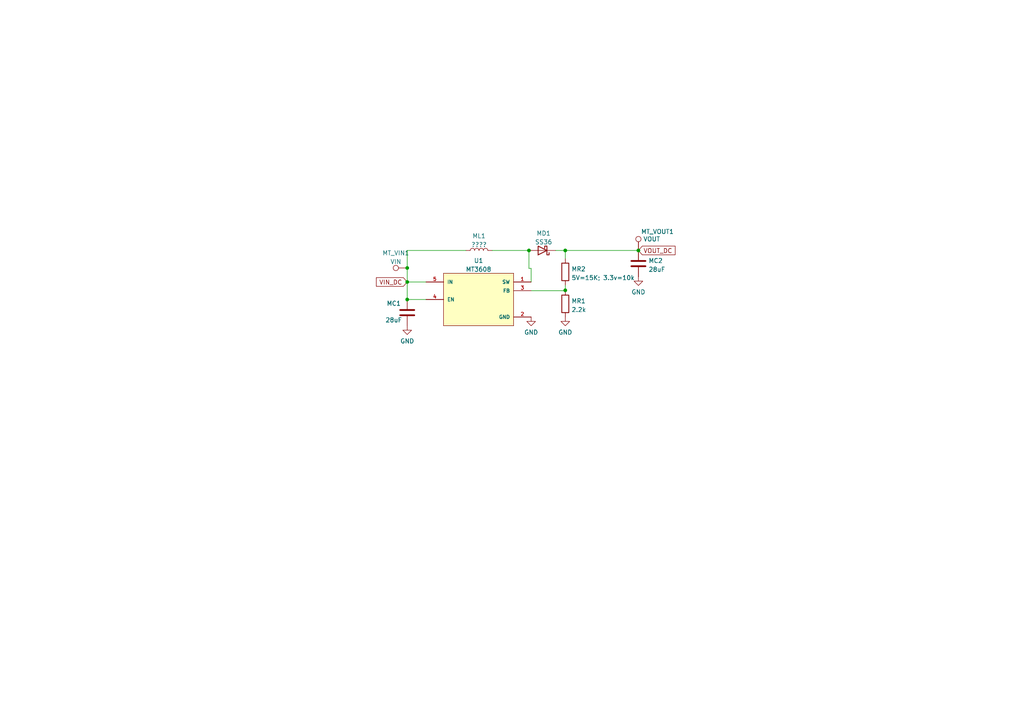
<source format=kicad_sch>
(kicad_sch (version 20211123) (generator eeschema)
  (paper "A4")
  (lib_symbols
    (symbol "Connector:TestPoint" (pin_numbers hide) (pin_names (offset 0.762) hide)
      (property "Reference" "TP" (at 0 6.858 0))
      (property "Value" "TestPoint" (at 0 5.08 0))
      (symbol "TestPoint_0_1"
        (circle (center 0 3.302) (radius 0.762))
      )
      (symbol "TestPoint_1_1"
        (pin passive line (at 0 0 90) (length 2.54) (name "1") (number "1"))
      )
    )
    (symbol "Device:C" (pin_numbers hide) (pin_names (offset 0.254))
      (property "Reference" "C" (at 0.635 2.54 0))
      (property "Value" "C" (at 0.635 -2.54 0))
      (symbol "C_0_1"
        (polyline (pts (xy -2.032 -0.762) (xy 2.032 -0.762)) (stroke (width 0.508)))
        (polyline (pts (xy -2.032 0.762) (xy 2.032 0.762)) (stroke (width 0.508)))
      )
      (symbol "C_1_1"
        (pin passive line (at 0 3.81 270) (length 2.794) (name "~") (number "1"))
        (pin passive line (at 0 -3.81 90) (length 2.794) (name "~") (number "2"))
      )
    )
    (symbol "Device:D_Schottky" (pin_numbers hide) (pin_names (offset 1.016) hide)
      (property "Reference" "D" (at 0 2.54 0))
      (property "Value" "D_Schottky" (at 0 -2.54 0))
      (symbol "D_Schottky_0_1"
        (polyline (pts (xy 1.27 0) (xy -1.27 0)))
        (polyline (pts (xy 1.27 1.27) (xy 1.27 -1.27) (xy -1.27 0) (xy 1.27 1.27)) (stroke (width 0.254)))
        (polyline (pts (xy -1.905 0.635) (xy -1.905 1.27) (xy -1.27 1.27) (xy -1.27 -1.27) (xy -0.635 -1.27) (xy -0.635 -0.635)) (stroke (width 0.254)))
      )
      (symbol "D_Schottky_1_1"
        (pin passive line (at -3.81 0 0) (length 2.54) (name "K") (number "1"))
        (pin passive line (at 3.81 0 180) (length 2.54) (name "A") (number "2"))
      )
    )
    (symbol "Device:L" (pin_numbers hide) (pin_names (offset 1.016) hide)
      (property "Reference" "L" (at -1.27 0 90))
      (property "Value" "L" (at 1.905 0 90))
      (symbol "L_0_1"
        (arc (start 0 -2.54) (mid 0.635 -1.905) (end 0 -1.27))
        (arc (start 0 -1.27) (mid 0.635 -0.635) (end 0 0))
        (arc (start 0 0) (mid 0.635 0.635) (end 0 1.27))
        (arc (start 0 1.27) (mid 0.635 1.905) (end 0 2.54))
      )
      (symbol "L_1_1"
        (pin passive line (at 0 3.81 270) (length 1.27) (name "1") (number "1"))
        (pin passive line (at 0 -3.81 90) (length 1.27) (name "2") (number "2"))
      )
    )
    (symbol "Device:R" (pin_numbers hide) (pin_names (offset 0))
      (property "Reference" "R" (at 2.032 0 90))
      (property "Value" "R" (at 0 0 90))
      (symbol "R_0_1"
        (rectangle (start -1.016 -2.54) (end 1.016 2.54) (stroke (width 0.254)))
      )
      (symbol "R_1_1"
        (pin passive line (at 0 3.81 270) (length 1.27) (name "~") (number "1"))
        (pin passive line (at 0 -3.81 90) (length 1.27) (name "~") (number "2"))
      )
    )
    (symbol "Power_Management:MT3608" (pin_names (offset 1.016))
      (property "Reference" "U" (at -1.524 7.874 0))
      (property "Value" "MT3608" (at -9.652 -7.112 0))
      (symbol "MT3608_0_0"
        (rectangle (start -10.16 -7.62) (end 10.16 7.62) (stroke (width 0.1524)) (fill (type background)))
        (pin output line (at 15.24 5.08 180) (length 5.08) (name "SW") (number "1"))
        (pin power_in line (at 15.24 -5.08 180) (length 5.08) (name "GND") (number "2"))
        (pin input line (at 15.24 2.54 180) (length 5.08) (name "FB") (number "3"))
        (pin input line (at -15.24 0 0) (length 5.08) (name "EN") (number "4"))
        (pin input line (at -15.24 5.08 0) (length 5.08) (name "IN") (number "5"))
      )
    )
    (symbol "power:GND" (power) (pin_names (offset 0))
      (property "Value" "GND" (at 0 -3.81 0))
      (symbol "GND_0_1"
        (polyline (pts (xy 0 0) (xy 0 -1.27) (xy 1.27 -1.27) (xy 0 -2.54) (xy -1.27 -1.27) (xy 0 -1.27)))
      )
      (symbol "GND_1_1"
        (pin power_in line (at 0 0 270) (length 0) hide (name "GND") (number "1"))
      )
    )
  )
  (junction (at 118.11 77.724))
  (junction (at 118.11 86.868))
  (junction (at 163.957 72.644))
  (junction (at 185.166 72.644))
  (junction (at 153.416 72.644))
  (junction (at 118.11 81.788))
  (junction (at 163.957 84.201))
  (wire (pts (xy 163.957 72.644) (xy 163.957 75.057)))
  (wire (pts (xy 153.416 77.851) (xy 154.051 77.851)))
  (wire (pts (xy 118.11 72.644) (xy 135.128 72.644)))
  (wire (pts (xy 163.957 72.644) (xy 185.166 72.644)))
  (wire (pts (xy 163.957 84.201) (xy 163.957 84.328)))
  (wire (pts (xy 118.11 86.868) (xy 123.571 86.868)))
  (wire (pts (xy 153.416 72.644) (xy 142.748 72.644)))
  (wire (pts (xy 118.11 81.788) (xy 118.11 77.724)))
  (wire (pts (xy 154.051 84.328) (xy 163.957 84.328)))
  (wire (pts (xy 163.957 82.677) (xy 163.957 84.201)))
  (wire (pts (xy 118.11 77.724) (xy 118.11 72.644)))
  (wire (pts (xy 153.543 72.644) (xy 153.416 72.644)))
  (wire (pts (xy 161.163 72.644) (xy 163.957 72.644)))
  (wire (pts (xy 154.051 77.851) (xy 154.051 81.788)))
  (wire (pts (xy 118.11 86.868) (xy 118.11 81.788)))
  (wire (pts (xy 153.416 72.644) (xy 153.416 77.851)))
  (wire (pts (xy 118.11 81.788) (xy 123.571 81.788)))
  (global_label "VOUT_DC" (shape input) (at 185.166 72.644 0) (property "Intersheet References" "${INTERSHEET_REFS}" (effects hide)))
  (global_label "VIN_DC" (shape input) (at 118.11 81.788 180) (property "Intersheet References" "${INTERSHEET_REFS}" (effects hide)))
  (symbol (lib_id "Device:C") (at 118.11 90.678 0) (unit 1)
    (property "Reference" "MC1" (at 112.141 88.011 0) (effects (justify left)))
    (property "Value" "28uF" (at 111.76 92.837 0) (effects (justify left)))
    (property "Footprint" "Capacitor_SMD:C_0805_2012Metric_Pad1.18x1.45mm_HandSolder" (effects hide))
  )
  (symbol (lib_id "Power_Management:MT3608") (at 138.811 86.868 0) (unit 1)
    (property "Reference" "U1" (at 138.811 75.599 0))
    (property "Value" "MT3608" (at 138.811 78.1359 0))
    (property "Footprint" "Converter_DCDC:MT3608 SOT95P280X145-6N" (effects hide))
    (property "STANDARD" "IPC-7351B" (effects hide))
    (property "MAXIMUM_PACKAGE_HEIGHT" "1.45mm" (effects hide))
    (property "PARTREV" "1.0" (effects hide))
    (property "MANUFACTURER" "Aero Semi" (effects hide))
  )
  (symbol (lib_id "power:GND") (at 118.11 94.488 0) (unit 1)
    (property "Reference" "#PWR0101" (effects hide))
    (property "Value" "GND" (at 118.11 98.9314 0))
  )
  (symbol (lib_id "power:GND") (at 163.957 91.948 0) (unit 1)
    (property "Reference" "#PWR0104" (effects hide))
    (property "Value" "GND" (at 163.957 96.3914 0))
  )
  (symbol (lib_id "Device:L") (at 138.938 72.644 90) (unit 1)
    (property "Reference" "ML1" (at 138.938 68.4362 90))
    (property "Value" "????" (at 138.938 70.9731 90))
    (property "Footprint" "Inductor_SMD:L_0805_2012Metric_Pad1.15x1.40mm_HandSolder" (effects hide))
  )
  (symbol (lib_id "power:GND") (at 185.166 80.264 0) (unit 1)
    (property "Reference" "#PWR0103" (effects hide))
    (property "Value" "GND" (at 185.166 84.7074 0))
  )
  (symbol (lib_id "power:GND") (at 154.051 91.948 0) (unit 1)
    (property "Reference" "#PWR0102" (effects hide))
    (property "Value" "GND" (at 154.051 96.3914 0))
  )
  (symbol (lib_id "Connector:TestPoint") (at 118.11 77.724 90) (unit 1)
    (property "Reference" "MT_VIN1" (at 114.808 73.3892 90))
    (property "Value" "VIN" (at 114.808 75.9261 90))
    (property "Footprint" "TestPoint:TestPoint_Pad_D1.5mm" (effects hide))
  )
  (symbol (lib_id "Device:C") (at 185.166 76.454 0) (unit 1)
    (property "Reference" "MC2" (at 188.087 75.6193 0) (effects (justify left)))
    (property "Value" "28uF" (at 188.087 78.1562 0) (effects (justify left)))
    (property "Footprint" "Capacitor_SMD:C_0805_2012Metric_Pad1.18x1.45mm_HandSolder" (effects hide))
  )
  (symbol (lib_id "Device:D_Schottky") (at 157.353 72.644 180) (unit 1)
    (property "Reference" "MD1" (at 157.6705 67.6742 0))
    (property "Value" "SS36" (at 157.6705 70.2111 0))
    (property "Footprint" "Diode_SMD:D_2010_5025Metric_Pad1.52x2.65mm_HandSolder" (effects hide))
  )
  (symbol (lib_id "Device:R") (at 163.957 88.138 0) (unit 1)
    (property "Reference" "MR1" (at 165.735 87.3033 0) (effects (justify left)))
    (property "Value" "2.2k" (at 165.735 89.8402 0) (effects (justify left)))
    (property "Footprint" "Resistor_SMD:R_0805_2012Metric_Pad1.20x1.40mm_HandSolder" (effects hide))
  )
  (symbol (lib_id "Connector:TestPoint") (at 185.166 72.644 0) (unit 1)
    (property "Reference" "MT_VOUT1" (at 185.928 67.183 0) (effects (justify left)))
    (property "Value" "VOUT" (at 186.563 69.342 0) (effects (justify left)))
    (property "Footprint" "TestPoint:TestPoint_Pad_D1.5mm" (effects hide))
  )
  (symbol (lib_id "Device:R") (at 163.957 78.867 0) (unit 1)
    (property "Reference" "MR2" (at 165.735 78.0323 0) (effects (justify left)))
    (property "Value" "5V=15K; 3.3v=10k" (at 165.735 80.5692 0) (effects (justify left)))
    (property "Footprint" "Resistor_SMD:R_0805_2012Metric_Pad1.20x1.40mm_HandSolder" (effects hide))
  )
)
</source>
